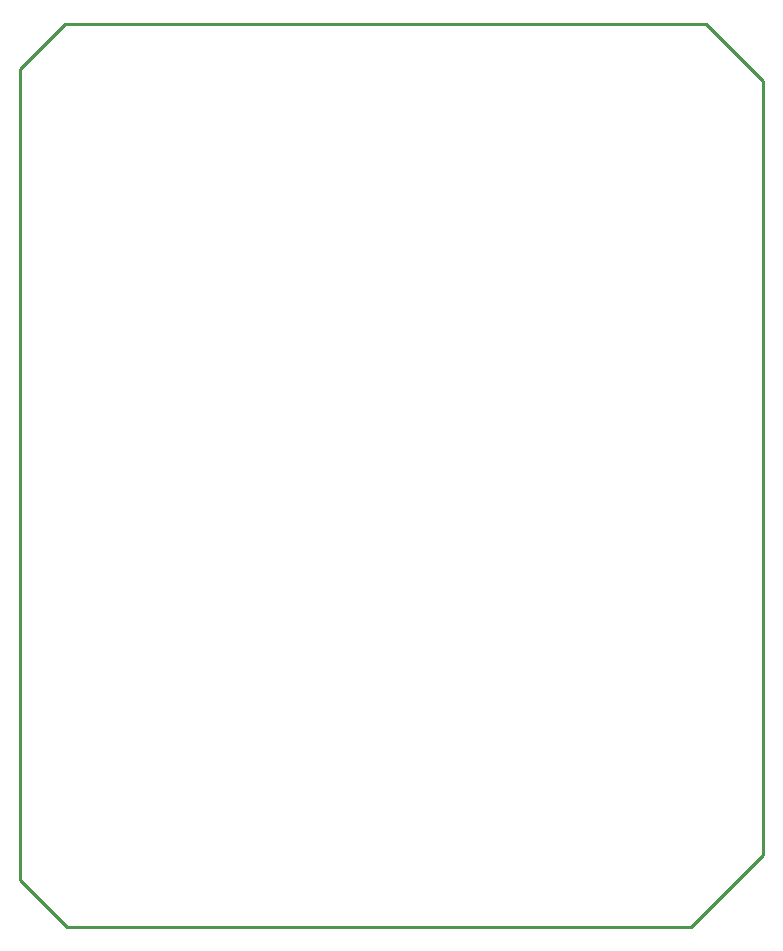
<source format=gko>
G04*
G04 #@! TF.GenerationSoftware,Altium Limited,Altium Designer,20.2.5 (213)*
G04*
G04 Layer_Color=16711935*
%FSLAX44Y44*%
%MOMM*%
G71*
G04*
G04 #@! TF.SameCoordinates,CBCE1813-5DC1-42ED-B67B-6F9CDEC3D03C*
G04*
G04*
G04 #@! TF.FilePolarity,Positive*
G04*
G01*
G75*
%ADD18C,0.2540*%
D18*
X-39370Y726440D02*
X-1270Y764540D01*
X541020D01*
X589280Y716280D01*
X589280Y60960D01*
X528320Y0D02*
X589280Y60960D01*
X0Y0D02*
X528320D01*
X-39370Y39370D02*
X0Y0D01*
X-39370Y726440D02*
X-39370Y39370D01*
M02*

</source>
